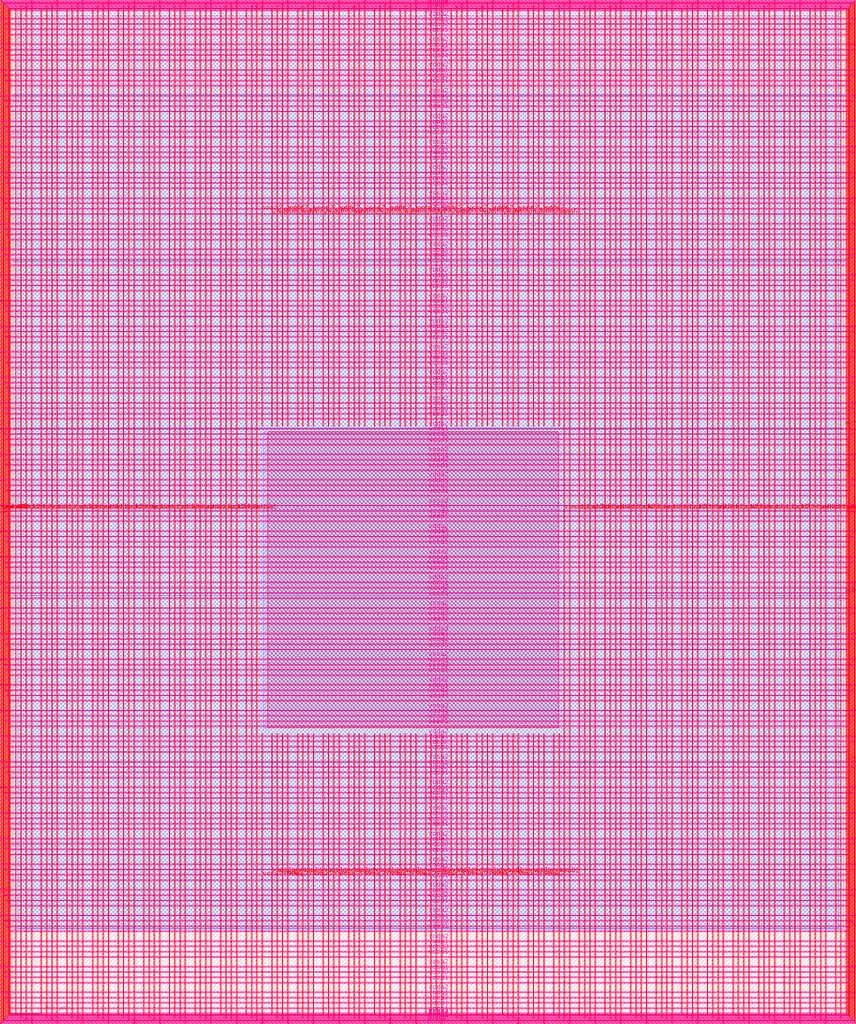
<source format=lef>
VERSION 5.7 ;
  NOWIREEXTENSIONATPIN ON ;
  DIVIDERCHAR "/" ;
  BUSBITCHARS "[]" ;
MACRO user_project_wrapper
  CLASS BLOCK ;
  FOREIGN user_project_wrapper ;
  ORIGIN 0.000 0.000 ;
  SIZE 2920.000 BY 3520.000 ;
  PIN iClk
    DIRECTION INPUT ;
    USE SIGNAL ;
    PORT
      LAYER met2 ;
        RECT 2433.350 3517.600 2433.910 3524.800 ;
    END
  END iClk
  PIN iRst_n
    DIRECTION INPUT ;
    USE SIGNAL ;
    PORT
      LAYER met3 ;
        RECT 2917.600 292.820 2924.800 294.020 ;
    END
  END iRst_n
  PIN iSDAT
    DIRECTION INPUT ;
    USE SIGNAL ;
    PORT
      LAYER met2 ;
        RECT 1459.990 3517.600 1460.550 3524.800 ;
    END
  END iSDAT
  PIN iSVAL
    DIRECTION INPUT ;
    USE SIGNAL ;
    PORT
      LAYER met3 ;
        RECT -4.800 1759.580 2.400 1760.780 ;
    END
  END iSVAL
  PIN iSize[0]
    DIRECTION INPUT ;
    USE SIGNAL ;
    PORT
      LAYER met3 ;
        RECT 2917.600 2638.820 2924.800 2640.020 ;
    END
  END iSize[0]
  PIN iSize[1]
    DIRECTION INPUT ;
    USE SIGNAL ;
    PORT
      LAYER met2 ;
        RECT 486.630 3517.600 487.190 3524.800 ;
    END
  END iSize[1]
  PIN iSize[2]
    DIRECTION INPUT ;
    USE SIGNAL ;
    PORT
      LAYER met3 ;
        RECT 2917.600 3225.660 2924.800 3226.860 ;
    END
  END iSize[2]
  PIN iValid
    DIRECTION INPUT ;
    USE SIGNAL ;
    PORT
      LAYER met3 ;
        RECT 2917.600 878.980 2924.800 880.180 ;
    END
  END iValid
  PIN oSDAT
    DIRECTION OUTPUT TRISTATE ;
    USE SIGNAL ;
    PORT
      LAYER met3 ;
        RECT 2917.600 1465.820 2924.800 1467.020 ;
    END
  END oSDAT
  PIN oSVAL
    DIRECTION OUTPUT TRISTATE ;
    USE SIGNAL ;
    PORT
      LAYER met3 ;
        RECT 2917.600 2052.660 2924.800 2053.860 ;
    END
  END oSVAL
  PIN vccd1
    DIRECTION INPUT ;
    USE POWER ;
    PORT
      LAYER met5 ;
        RECT -10.030 -4.670 2929.650 -1.570 ;
    END
    PORT
      LAYER met5 ;
        RECT -14.830 14.330 2934.450 17.430 ;
    END
    PORT
      LAYER met5 ;
        RECT -14.830 194.330 2934.450 197.430 ;
    END
    PORT
      LAYER met5 ;
        RECT -14.830 374.330 2934.450 377.430 ;
    END
    PORT
      LAYER met5 ;
        RECT -14.830 554.330 2934.450 557.430 ;
    END
    PORT
      LAYER met5 ;
        RECT -14.830 734.330 2934.450 737.430 ;
    END
    PORT
      LAYER met5 ;
        RECT -14.830 914.330 2934.450 917.430 ;
    END
    PORT
      LAYER met5 ;
        RECT -14.830 1094.330 2934.450 1097.430 ;
    END
    PORT
      LAYER met5 ;
        RECT -14.830 1274.330 2934.450 1277.430 ;
    END
    PORT
      LAYER met5 ;
        RECT -14.830 1454.330 2934.450 1457.430 ;
    END
    PORT
      LAYER met5 ;
        RECT -14.830 1634.330 2934.450 1637.430 ;
    END
    PORT
      LAYER met5 ;
        RECT -14.830 1814.330 2934.450 1817.430 ;
    END
    PORT
      LAYER met5 ;
        RECT -14.830 1994.330 2934.450 1997.430 ;
    END
    PORT
      LAYER met5 ;
        RECT -14.830 2174.330 2934.450 2177.430 ;
    END
    PORT
      LAYER met5 ;
        RECT -14.830 2354.330 2934.450 2357.430 ;
    END
    PORT
      LAYER met5 ;
        RECT -14.830 2534.330 2934.450 2537.430 ;
    END
    PORT
      LAYER met5 ;
        RECT -14.830 2714.330 2934.450 2717.430 ;
    END
    PORT
      LAYER met5 ;
        RECT -14.830 2894.330 2934.450 2897.430 ;
    END
    PORT
      LAYER met5 ;
        RECT -14.830 3074.330 2934.450 3077.430 ;
    END
    PORT
      LAYER met5 ;
        RECT -14.830 3254.330 2934.450 3257.430 ;
    END
    PORT
      LAYER met5 ;
        RECT -14.830 3434.330 2934.450 3437.430 ;
    END
    PORT
      LAYER met5 ;
        RECT -10.030 3521.250 2929.650 3524.350 ;
    END
    PORT
      LAYER met4 ;
        RECT 908.970 -9.470 912.070 980.000 ;
    END
    PORT
      LAYER met4 ;
        RECT 1088.970 -9.470 1092.070 980.000 ;
    END
    PORT
      LAYER met4 ;
        RECT 1268.970 -9.470 1272.070 980.000 ;
    END
    PORT
      LAYER met4 ;
        RECT 1448.970 -9.470 1452.070 980.000 ;
    END
    PORT
      LAYER met4 ;
        RECT 1628.970 -9.470 1632.070 980.000 ;
    END
    PORT
      LAYER met4 ;
        RECT 1808.970 -9.470 1812.070 980.000 ;
    END
    PORT
      LAYER met4 ;
        RECT -10.030 -4.670 -6.930 3524.350 ;
    END
    PORT
      LAYER met4 ;
        RECT 2926.550 -4.670 2929.650 3524.350 ;
    END
    PORT
      LAYER met4 ;
        RECT 8.970 -9.470 12.070 3529.150 ;
    END
    PORT
      LAYER met4 ;
        RECT 188.970 -9.470 192.070 3529.150 ;
    END
    PORT
      LAYER met4 ;
        RECT 368.970 -9.470 372.070 3529.150 ;
    END
    PORT
      LAYER met4 ;
        RECT 548.970 -9.470 552.070 3529.150 ;
    END
    PORT
      LAYER met4 ;
        RECT 728.970 -9.470 732.070 3529.150 ;
    END
    PORT
      LAYER met4 ;
        RECT 908.970 2061.030 912.070 3529.150 ;
    END
    PORT
      LAYER met4 ;
        RECT 1088.970 2061.030 1092.070 3529.150 ;
    END
    PORT
      LAYER met4 ;
        RECT 1268.970 2061.030 1272.070 3529.150 ;
    END
    PORT
      LAYER met4 ;
        RECT 1448.970 2061.030 1452.070 3529.150 ;
    END
    PORT
      LAYER met4 ;
        RECT 1628.970 2061.030 1632.070 3529.150 ;
    END
    PORT
      LAYER met4 ;
        RECT 1808.970 2061.030 1812.070 3529.150 ;
    END
    PORT
      LAYER met4 ;
        RECT 1988.970 -9.470 1992.070 3529.150 ;
    END
    PORT
      LAYER met4 ;
        RECT 2168.970 -9.470 2172.070 3529.150 ;
    END
    PORT
      LAYER met4 ;
        RECT 2348.970 -9.470 2352.070 3529.150 ;
    END
    PORT
      LAYER met4 ;
        RECT 2528.970 -9.470 2532.070 3529.150 ;
    END
    PORT
      LAYER met4 ;
        RECT 2708.970 -9.470 2712.070 3529.150 ;
    END
    PORT
      LAYER met4 ;
        RECT 2888.970 -9.470 2892.070 3529.150 ;
    END
  END vccd1
  PIN vccd2
    DIRECTION INPUT ;
    USE POWER ;
    PORT
      LAYER met5 ;
        RECT -19.630 -14.270 2939.250 -11.170 ;
    END
    PORT
      LAYER met5 ;
        RECT -24.430 32.930 2944.050 36.030 ;
    END
    PORT
      LAYER met5 ;
        RECT -24.430 212.930 2944.050 216.030 ;
    END
    PORT
      LAYER met5 ;
        RECT -24.430 392.930 2944.050 396.030 ;
    END
    PORT
      LAYER met5 ;
        RECT -24.430 572.930 2944.050 576.030 ;
    END
    PORT
      LAYER met5 ;
        RECT -24.430 752.930 2944.050 756.030 ;
    END
    PORT
      LAYER met5 ;
        RECT -24.430 932.930 2944.050 936.030 ;
    END
    PORT
      LAYER met5 ;
        RECT -24.430 1112.930 2944.050 1116.030 ;
    END
    PORT
      LAYER met5 ;
        RECT -24.430 1292.930 2944.050 1296.030 ;
    END
    PORT
      LAYER met5 ;
        RECT -24.430 1472.930 2944.050 1476.030 ;
    END
    PORT
      LAYER met5 ;
        RECT -24.430 1652.930 2944.050 1656.030 ;
    END
    PORT
      LAYER met5 ;
        RECT -24.430 1832.930 2944.050 1836.030 ;
    END
    PORT
      LAYER met5 ;
        RECT -24.430 2012.930 2944.050 2016.030 ;
    END
    PORT
      LAYER met5 ;
        RECT -24.430 2192.930 2944.050 2196.030 ;
    END
    PORT
      LAYER met5 ;
        RECT -24.430 2372.930 2944.050 2376.030 ;
    END
    PORT
      LAYER met5 ;
        RECT -24.430 2552.930 2944.050 2556.030 ;
    END
    PORT
      LAYER met5 ;
        RECT -24.430 2732.930 2944.050 2736.030 ;
    END
    PORT
      LAYER met5 ;
        RECT -24.430 2912.930 2944.050 2916.030 ;
    END
    PORT
      LAYER met5 ;
        RECT -24.430 3092.930 2944.050 3096.030 ;
    END
    PORT
      LAYER met5 ;
        RECT -24.430 3272.930 2944.050 3276.030 ;
    END
    PORT
      LAYER met5 ;
        RECT -24.430 3452.930 2944.050 3456.030 ;
    END
    PORT
      LAYER met5 ;
        RECT -19.630 3530.850 2939.250 3533.950 ;
    END
    PORT
      LAYER met4 ;
        RECT 927.570 -19.070 930.670 980.000 ;
    END
    PORT
      LAYER met4 ;
        RECT 1107.570 -19.070 1110.670 980.000 ;
    END
    PORT
      LAYER met4 ;
        RECT 1287.570 -19.070 1290.670 980.000 ;
    END
    PORT
      LAYER met4 ;
        RECT 1467.570 -19.070 1470.670 980.000 ;
    END
    PORT
      LAYER met4 ;
        RECT 1647.570 -19.070 1650.670 980.000 ;
    END
    PORT
      LAYER met4 ;
        RECT 1827.570 -19.070 1830.670 980.000 ;
    END
    PORT
      LAYER met4 ;
        RECT -19.630 -14.270 -16.530 3533.950 ;
    END
    PORT
      LAYER met4 ;
        RECT 2936.150 -14.270 2939.250 3533.950 ;
    END
    PORT
      LAYER met4 ;
        RECT 27.570 -19.070 30.670 3538.750 ;
    END
    PORT
      LAYER met4 ;
        RECT 207.570 -19.070 210.670 3538.750 ;
    END
    PORT
      LAYER met4 ;
        RECT 387.570 -19.070 390.670 3538.750 ;
    END
    PORT
      LAYER met4 ;
        RECT 567.570 -19.070 570.670 3538.750 ;
    END
    PORT
      LAYER met4 ;
        RECT 747.570 -19.070 750.670 3538.750 ;
    END
    PORT
      LAYER met4 ;
        RECT 927.570 2061.030 930.670 3538.750 ;
    END
    PORT
      LAYER met4 ;
        RECT 1107.570 2061.030 1110.670 3538.750 ;
    END
    PORT
      LAYER met4 ;
        RECT 1287.570 2061.030 1290.670 3538.750 ;
    END
    PORT
      LAYER met4 ;
        RECT 1467.570 2061.030 1470.670 3538.750 ;
    END
    PORT
      LAYER met4 ;
        RECT 1647.570 2061.030 1650.670 3538.750 ;
    END
    PORT
      LAYER met4 ;
        RECT 1827.570 2061.030 1830.670 3538.750 ;
    END
    PORT
      LAYER met4 ;
        RECT 2007.570 -19.070 2010.670 3538.750 ;
    END
    PORT
      LAYER met4 ;
        RECT 2187.570 -19.070 2190.670 3538.750 ;
    END
    PORT
      LAYER met4 ;
        RECT 2367.570 -19.070 2370.670 3538.750 ;
    END
    PORT
      LAYER met4 ;
        RECT 2547.570 -19.070 2550.670 3538.750 ;
    END
    PORT
      LAYER met4 ;
        RECT 2727.570 -19.070 2730.670 3538.750 ;
    END
    PORT
      LAYER met4 ;
        RECT 2907.570 -19.070 2910.670 3538.750 ;
    END
  END vccd2
  PIN vdda1
    DIRECTION INPUT ;
    USE POWER ;
    PORT
      LAYER met5 ;
        RECT -29.230 -23.870 2948.850 -20.770 ;
    END
    PORT
      LAYER met5 ;
        RECT -34.030 51.530 2953.650 54.630 ;
    END
    PORT
      LAYER met5 ;
        RECT -34.030 231.530 2953.650 234.630 ;
    END
    PORT
      LAYER met5 ;
        RECT -34.030 411.530 2953.650 414.630 ;
    END
    PORT
      LAYER met5 ;
        RECT -34.030 591.530 2953.650 594.630 ;
    END
    PORT
      LAYER met5 ;
        RECT -34.030 771.530 2953.650 774.630 ;
    END
    PORT
      LAYER met5 ;
        RECT -34.030 951.530 2953.650 954.630 ;
    END
    PORT
      LAYER met5 ;
        RECT -34.030 1131.530 2953.650 1134.630 ;
    END
    PORT
      LAYER met5 ;
        RECT -34.030 1311.530 2953.650 1314.630 ;
    END
    PORT
      LAYER met5 ;
        RECT -34.030 1491.530 2953.650 1494.630 ;
    END
    PORT
      LAYER met5 ;
        RECT -34.030 1671.530 2953.650 1674.630 ;
    END
    PORT
      LAYER met5 ;
        RECT -34.030 1851.530 2953.650 1854.630 ;
    END
    PORT
      LAYER met5 ;
        RECT -34.030 2031.530 2953.650 2034.630 ;
    END
    PORT
      LAYER met5 ;
        RECT -34.030 2211.530 2953.650 2214.630 ;
    END
    PORT
      LAYER met5 ;
        RECT -34.030 2391.530 2953.650 2394.630 ;
    END
    PORT
      LAYER met5 ;
        RECT -34.030 2571.530 2953.650 2574.630 ;
    END
    PORT
      LAYER met5 ;
        RECT -34.030 2751.530 2953.650 2754.630 ;
    END
    PORT
      LAYER met5 ;
        RECT -34.030 2931.530 2953.650 2934.630 ;
    END
    PORT
      LAYER met5 ;
        RECT -34.030 3111.530 2953.650 3114.630 ;
    END
    PORT
      LAYER met5 ;
        RECT -34.030 3291.530 2953.650 3294.630 ;
    END
    PORT
      LAYER met5 ;
        RECT -34.030 3471.530 2953.650 3474.630 ;
    END
    PORT
      LAYER met5 ;
        RECT -29.230 3540.450 2948.850 3543.550 ;
    END
    PORT
      LAYER met4 ;
        RECT 946.170 -28.670 949.270 980.000 ;
    END
    PORT
      LAYER met4 ;
        RECT 1126.170 -28.670 1129.270 980.000 ;
    END
    PORT
      LAYER met4 ;
        RECT 1306.170 -28.670 1309.270 980.000 ;
    END
    PORT
      LAYER met4 ;
        RECT 1486.170 -28.670 1489.270 980.000 ;
    END
    PORT
      LAYER met4 ;
        RECT 1666.170 -28.670 1669.270 980.000 ;
    END
    PORT
      LAYER met4 ;
        RECT 1846.170 -28.670 1849.270 980.000 ;
    END
    PORT
      LAYER met4 ;
        RECT -29.230 -23.870 -26.130 3543.550 ;
    END
    PORT
      LAYER met4 ;
        RECT 2945.750 -23.870 2948.850 3543.550 ;
    END
    PORT
      LAYER met4 ;
        RECT 46.170 -28.670 49.270 3548.350 ;
    END
    PORT
      LAYER met4 ;
        RECT 226.170 -28.670 229.270 3548.350 ;
    END
    PORT
      LAYER met4 ;
        RECT 406.170 -28.670 409.270 3548.350 ;
    END
    PORT
      LAYER met4 ;
        RECT 586.170 -28.670 589.270 3548.350 ;
    END
    PORT
      LAYER met4 ;
        RECT 766.170 -28.670 769.270 3548.350 ;
    END
    PORT
      LAYER met4 ;
        RECT 946.170 2061.030 949.270 3548.350 ;
    END
    PORT
      LAYER met4 ;
        RECT 1126.170 2061.030 1129.270 3548.350 ;
    END
    PORT
      LAYER met4 ;
        RECT 1306.170 2061.030 1309.270 3548.350 ;
    END
    PORT
      LAYER met4 ;
        RECT 1486.170 2061.030 1489.270 3548.350 ;
    END
    PORT
      LAYER met4 ;
        RECT 1666.170 2061.030 1669.270 3548.350 ;
    END
    PORT
      LAYER met4 ;
        RECT 1846.170 2061.030 1849.270 3548.350 ;
    END
    PORT
      LAYER met4 ;
        RECT 2026.170 -28.670 2029.270 3548.350 ;
    END
    PORT
      LAYER met4 ;
        RECT 2206.170 -28.670 2209.270 3548.350 ;
    END
    PORT
      LAYER met4 ;
        RECT 2386.170 -28.670 2389.270 3548.350 ;
    END
    PORT
      LAYER met4 ;
        RECT 2566.170 -28.670 2569.270 3548.350 ;
    END
    PORT
      LAYER met4 ;
        RECT 2746.170 -28.670 2749.270 3548.350 ;
    END
  END vdda1
  PIN vdda2
    DIRECTION INPUT ;
    USE POWER ;
    PORT
      LAYER met5 ;
        RECT -38.830 -33.470 2958.450 -30.370 ;
    END
    PORT
      LAYER met5 ;
        RECT -43.630 70.130 2963.250 73.230 ;
    END
    PORT
      LAYER met5 ;
        RECT -43.630 250.130 2963.250 253.230 ;
    END
    PORT
      LAYER met5 ;
        RECT -43.630 430.130 2963.250 433.230 ;
    END
    PORT
      LAYER met5 ;
        RECT -43.630 610.130 2963.250 613.230 ;
    END
    PORT
      LAYER met5 ;
        RECT -43.630 790.130 2963.250 793.230 ;
    END
    PORT
      LAYER met5 ;
        RECT -43.630 970.130 2963.250 973.230 ;
    END
    PORT
      LAYER met5 ;
        RECT -43.630 1150.130 2963.250 1153.230 ;
    END
    PORT
      LAYER met5 ;
        RECT -43.630 1330.130 2963.250 1333.230 ;
    END
    PORT
      LAYER met5 ;
        RECT -43.630 1510.130 2963.250 1513.230 ;
    END
    PORT
      LAYER met5 ;
        RECT -43.630 1690.130 2963.250 1693.230 ;
    END
    PORT
      LAYER met5 ;
        RECT -43.630 1870.130 2963.250 1873.230 ;
    END
    PORT
      LAYER met5 ;
        RECT -43.630 2050.130 2963.250 2053.230 ;
    END
    PORT
      LAYER met5 ;
        RECT -43.630 2230.130 2963.250 2233.230 ;
    END
    PORT
      LAYER met5 ;
        RECT -43.630 2410.130 2963.250 2413.230 ;
    END
    PORT
      LAYER met5 ;
        RECT -43.630 2590.130 2963.250 2593.230 ;
    END
    PORT
      LAYER met5 ;
        RECT -43.630 2770.130 2963.250 2773.230 ;
    END
    PORT
      LAYER met5 ;
        RECT -43.630 2950.130 2963.250 2953.230 ;
    END
    PORT
      LAYER met5 ;
        RECT -43.630 3130.130 2963.250 3133.230 ;
    END
    PORT
      LAYER met5 ;
        RECT -43.630 3310.130 2963.250 3313.230 ;
    END
    PORT
      LAYER met5 ;
        RECT -43.630 3490.130 2963.250 3493.230 ;
    END
    PORT
      LAYER met5 ;
        RECT -38.830 3550.050 2958.450 3553.150 ;
    END
    PORT
      LAYER met4 ;
        RECT 964.770 -38.270 967.870 980.000 ;
    END
    PORT
      LAYER met4 ;
        RECT 1144.770 -38.270 1147.870 980.000 ;
    END
    PORT
      LAYER met4 ;
        RECT 1324.770 -38.270 1327.870 980.000 ;
    END
    PORT
      LAYER met4 ;
        RECT 1504.770 -38.270 1507.870 980.000 ;
    END
    PORT
      LAYER met4 ;
        RECT 1684.770 -38.270 1687.870 980.000 ;
    END
    PORT
      LAYER met4 ;
        RECT 1864.770 -38.270 1867.870 980.000 ;
    END
    PORT
      LAYER met4 ;
        RECT -38.830 -33.470 -35.730 3553.150 ;
    END
    PORT
      LAYER met4 ;
        RECT 2955.350 -33.470 2958.450 3553.150 ;
    END
    PORT
      LAYER met4 ;
        RECT 64.770 -38.270 67.870 3557.950 ;
    END
    PORT
      LAYER met4 ;
        RECT 244.770 -38.270 247.870 3557.950 ;
    END
    PORT
      LAYER met4 ;
        RECT 424.770 -38.270 427.870 3557.950 ;
    END
    PORT
      LAYER met4 ;
        RECT 604.770 -38.270 607.870 3557.950 ;
    END
    PORT
      LAYER met4 ;
        RECT 784.770 -38.270 787.870 3557.950 ;
    END
    PORT
      LAYER met4 ;
        RECT 964.770 2061.030 967.870 3557.950 ;
    END
    PORT
      LAYER met4 ;
        RECT 1144.770 2061.030 1147.870 3557.950 ;
    END
    PORT
      LAYER met4 ;
        RECT 1324.770 2061.030 1327.870 3557.950 ;
    END
    PORT
      LAYER met4 ;
        RECT 1504.770 2061.030 1507.870 3557.950 ;
    END
    PORT
      LAYER met4 ;
        RECT 1684.770 2061.030 1687.870 3557.950 ;
    END
    PORT
      LAYER met4 ;
        RECT 1864.770 2061.030 1867.870 3557.950 ;
    END
    PORT
      LAYER met4 ;
        RECT 2044.770 -38.270 2047.870 3557.950 ;
    END
    PORT
      LAYER met4 ;
        RECT 2224.770 -38.270 2227.870 3557.950 ;
    END
    PORT
      LAYER met4 ;
        RECT 2404.770 -38.270 2407.870 3557.950 ;
    END
    PORT
      LAYER met4 ;
        RECT 2584.770 -38.270 2587.870 3557.950 ;
    END
    PORT
      LAYER met4 ;
        RECT 2764.770 -38.270 2767.870 3557.950 ;
    END
  END vdda2
  PIN vssa1
    DIRECTION INPUT ;
    USE GROUND ;
    PORT
      LAYER met5 ;
        RECT -34.030 -28.670 2953.650 -25.570 ;
    END
    PORT
      LAYER met5 ;
        RECT -34.030 141.530 2953.650 144.630 ;
    END
    PORT
      LAYER met5 ;
        RECT -34.030 321.530 2953.650 324.630 ;
    END
    PORT
      LAYER met5 ;
        RECT -34.030 501.530 2953.650 504.630 ;
    END
    PORT
      LAYER met5 ;
        RECT -34.030 681.530 2953.650 684.630 ;
    END
    PORT
      LAYER met5 ;
        RECT -34.030 861.530 2953.650 864.630 ;
    END
    PORT
      LAYER met5 ;
        RECT -34.030 1041.530 2953.650 1044.630 ;
    END
    PORT
      LAYER met5 ;
        RECT -34.030 1221.530 2953.650 1224.630 ;
    END
    PORT
      LAYER met5 ;
        RECT -34.030 1401.530 2953.650 1404.630 ;
    END
    PORT
      LAYER met5 ;
        RECT -34.030 1581.530 2953.650 1584.630 ;
    END
    PORT
      LAYER met5 ;
        RECT -34.030 1761.530 2953.650 1764.630 ;
    END
    PORT
      LAYER met5 ;
        RECT -34.030 1941.530 2953.650 1944.630 ;
    END
    PORT
      LAYER met5 ;
        RECT -34.030 2121.530 2953.650 2124.630 ;
    END
    PORT
      LAYER met5 ;
        RECT -34.030 2301.530 2953.650 2304.630 ;
    END
    PORT
      LAYER met5 ;
        RECT -34.030 2481.530 2953.650 2484.630 ;
    END
    PORT
      LAYER met5 ;
        RECT -34.030 2661.530 2953.650 2664.630 ;
    END
    PORT
      LAYER met5 ;
        RECT -34.030 2841.530 2953.650 2844.630 ;
    END
    PORT
      LAYER met5 ;
        RECT -34.030 3021.530 2953.650 3024.630 ;
    END
    PORT
      LAYER met5 ;
        RECT -34.030 3201.530 2953.650 3204.630 ;
    END
    PORT
      LAYER met5 ;
        RECT -34.030 3381.530 2953.650 3384.630 ;
    END
    PORT
      LAYER met5 ;
        RECT -34.030 3545.250 2953.650 3548.350 ;
    END
    PORT
      LAYER met4 ;
        RECT 1036.170 -28.670 1039.270 980.000 ;
    END
    PORT
      LAYER met4 ;
        RECT 1216.170 -28.670 1219.270 980.000 ;
    END
    PORT
      LAYER met4 ;
        RECT 1396.170 -28.670 1399.270 980.000 ;
    END
    PORT
      LAYER met4 ;
        RECT 1576.170 -28.670 1579.270 980.000 ;
    END
    PORT
      LAYER met4 ;
        RECT 1756.170 -28.670 1759.270 980.000 ;
    END
    PORT
      LAYER met4 ;
        RECT -34.030 -28.670 -30.930 3548.350 ;
    END
    PORT
      LAYER met4 ;
        RECT 136.170 -28.670 139.270 3548.350 ;
    END
    PORT
      LAYER met4 ;
        RECT 316.170 -28.670 319.270 3548.350 ;
    END
    PORT
      LAYER met4 ;
        RECT 496.170 -28.670 499.270 3548.350 ;
    END
    PORT
      LAYER met4 ;
        RECT 676.170 -28.670 679.270 3548.350 ;
    END
    PORT
      LAYER met4 ;
        RECT 856.170 -28.670 859.270 3548.350 ;
    END
    PORT
      LAYER met4 ;
        RECT 1036.170 2061.030 1039.270 3548.350 ;
    END
    PORT
      LAYER met4 ;
        RECT 1216.170 2061.030 1219.270 3548.350 ;
    END
    PORT
      LAYER met4 ;
        RECT 1396.170 2061.030 1399.270 3548.350 ;
    END
    PORT
      LAYER met4 ;
        RECT 1576.170 2061.030 1579.270 3548.350 ;
    END
    PORT
      LAYER met4 ;
        RECT 1756.170 2061.030 1759.270 3548.350 ;
    END
    PORT
      LAYER met4 ;
        RECT 1936.170 -28.670 1939.270 3548.350 ;
    END
    PORT
      LAYER met4 ;
        RECT 2116.170 -28.670 2119.270 3548.350 ;
    END
    PORT
      LAYER met4 ;
        RECT 2296.170 -28.670 2299.270 3548.350 ;
    END
    PORT
      LAYER met4 ;
        RECT 2476.170 -28.670 2479.270 3548.350 ;
    END
    PORT
      LAYER met4 ;
        RECT 2656.170 -28.670 2659.270 3548.350 ;
    END
    PORT
      LAYER met4 ;
        RECT 2836.170 -28.670 2839.270 3548.350 ;
    END
    PORT
      LAYER met4 ;
        RECT 2950.550 -28.670 2953.650 3548.350 ;
    END
  END vssa1
  PIN vssa2
    DIRECTION INPUT ;
    USE GROUND ;
    PORT
      LAYER met5 ;
        RECT -43.630 -38.270 2963.250 -35.170 ;
    END
    PORT
      LAYER met5 ;
        RECT -43.630 160.130 2963.250 163.230 ;
    END
    PORT
      LAYER met5 ;
        RECT -43.630 340.130 2963.250 343.230 ;
    END
    PORT
      LAYER met5 ;
        RECT -43.630 520.130 2963.250 523.230 ;
    END
    PORT
      LAYER met5 ;
        RECT -43.630 700.130 2963.250 703.230 ;
    END
    PORT
      LAYER met5 ;
        RECT -43.630 880.130 2963.250 883.230 ;
    END
    PORT
      LAYER met5 ;
        RECT -43.630 1060.130 2963.250 1063.230 ;
    END
    PORT
      LAYER met5 ;
        RECT -43.630 1240.130 2963.250 1243.230 ;
    END
    PORT
      LAYER met5 ;
        RECT -43.630 1420.130 2963.250 1423.230 ;
    END
    PORT
      LAYER met5 ;
        RECT -43.630 1600.130 2963.250 1603.230 ;
    END
    PORT
      LAYER met5 ;
        RECT -43.630 1780.130 2963.250 1783.230 ;
    END
    PORT
      LAYER met5 ;
        RECT -43.630 1960.130 2963.250 1963.230 ;
    END
    PORT
      LAYER met5 ;
        RECT -43.630 2140.130 2963.250 2143.230 ;
    END
    PORT
      LAYER met5 ;
        RECT -43.630 2320.130 2963.250 2323.230 ;
    END
    PORT
      LAYER met5 ;
        RECT -43.630 2500.130 2963.250 2503.230 ;
    END
    PORT
      LAYER met5 ;
        RECT -43.630 2680.130 2963.250 2683.230 ;
    END
    PORT
      LAYER met5 ;
        RECT -43.630 2860.130 2963.250 2863.230 ;
    END
    PORT
      LAYER met5 ;
        RECT -43.630 3040.130 2963.250 3043.230 ;
    END
    PORT
      LAYER met5 ;
        RECT -43.630 3220.130 2963.250 3223.230 ;
    END
    PORT
      LAYER met5 ;
        RECT -43.630 3400.130 2963.250 3403.230 ;
    END
    PORT
      LAYER met5 ;
        RECT -43.630 3554.850 2963.250 3557.950 ;
    END
    PORT
      LAYER met4 ;
        RECT 874.770 -38.270 877.870 980.000 ;
    END
    PORT
      LAYER met4 ;
        RECT 1054.770 -38.270 1057.870 980.000 ;
    END
    PORT
      LAYER met4 ;
        RECT 1234.770 -38.270 1237.870 980.000 ;
    END
    PORT
      LAYER met4 ;
        RECT 1414.770 -38.270 1417.870 980.000 ;
    END
    PORT
      LAYER met4 ;
        RECT 1594.770 -38.270 1597.870 980.000 ;
    END
    PORT
      LAYER met4 ;
        RECT 1774.770 -38.270 1777.870 980.000 ;
    END
    PORT
      LAYER met4 ;
        RECT -43.630 -38.270 -40.530 3557.950 ;
    END
    PORT
      LAYER met4 ;
        RECT 154.770 -38.270 157.870 3557.950 ;
    END
    PORT
      LAYER met4 ;
        RECT 334.770 -38.270 337.870 3557.950 ;
    END
    PORT
      LAYER met4 ;
        RECT 514.770 -38.270 517.870 3557.950 ;
    END
    PORT
      LAYER met4 ;
        RECT 694.770 -38.270 697.870 3557.950 ;
    END
    PORT
      LAYER met4 ;
        RECT 874.770 2061.030 877.870 3557.950 ;
    END
    PORT
      LAYER met4 ;
        RECT 1054.770 2061.030 1057.870 3557.950 ;
    END
    PORT
      LAYER met4 ;
        RECT 1234.770 2061.030 1237.870 3557.950 ;
    END
    PORT
      LAYER met4 ;
        RECT 1414.770 2061.030 1417.870 3557.950 ;
    END
    PORT
      LAYER met4 ;
        RECT 1594.770 2061.030 1597.870 3557.950 ;
    END
    PORT
      LAYER met4 ;
        RECT 1774.770 2061.030 1777.870 3557.950 ;
    END
    PORT
      LAYER met4 ;
        RECT 1954.770 -38.270 1957.870 3557.950 ;
    END
    PORT
      LAYER met4 ;
        RECT 2134.770 -38.270 2137.870 3557.950 ;
    END
    PORT
      LAYER met4 ;
        RECT 2314.770 -38.270 2317.870 3557.950 ;
    END
    PORT
      LAYER met4 ;
        RECT 2494.770 -38.270 2497.870 3557.950 ;
    END
    PORT
      LAYER met4 ;
        RECT 2674.770 -38.270 2677.870 3557.950 ;
    END
    PORT
      LAYER met4 ;
        RECT 2854.770 -38.270 2857.870 3557.950 ;
    END
    PORT
      LAYER met4 ;
        RECT 2960.150 -38.270 2963.250 3557.950 ;
    END
  END vssa2
  PIN vssd1
    DIRECTION INPUT ;
    USE GROUND ;
    PORT
      LAYER met5 ;
        RECT -14.830 -9.470 2934.450 -6.370 ;
    END
    PORT
      LAYER met5 ;
        RECT -14.830 104.330 2934.450 107.430 ;
    END
    PORT
      LAYER met5 ;
        RECT -14.830 284.330 2934.450 287.430 ;
    END
    PORT
      LAYER met5 ;
        RECT -14.830 464.330 2934.450 467.430 ;
    END
    PORT
      LAYER met5 ;
        RECT -14.830 644.330 2934.450 647.430 ;
    END
    PORT
      LAYER met5 ;
        RECT -14.830 824.330 2934.450 827.430 ;
    END
    PORT
      LAYER met5 ;
        RECT -14.830 1004.330 2934.450 1007.430 ;
    END
    PORT
      LAYER met5 ;
        RECT -14.830 1184.330 2934.450 1187.430 ;
    END
    PORT
      LAYER met5 ;
        RECT -14.830 1364.330 2934.450 1367.430 ;
    END
    PORT
      LAYER met5 ;
        RECT -14.830 1544.330 2934.450 1547.430 ;
    END
    PORT
      LAYER met5 ;
        RECT -14.830 1724.330 2934.450 1727.430 ;
    END
    PORT
      LAYER met5 ;
        RECT -14.830 1904.330 2934.450 1907.430 ;
    END
    PORT
      LAYER met5 ;
        RECT -14.830 2084.330 2934.450 2087.430 ;
    END
    PORT
      LAYER met5 ;
        RECT -14.830 2264.330 2934.450 2267.430 ;
    END
    PORT
      LAYER met5 ;
        RECT -14.830 2444.330 2934.450 2447.430 ;
    END
    PORT
      LAYER met5 ;
        RECT -14.830 2624.330 2934.450 2627.430 ;
    END
    PORT
      LAYER met5 ;
        RECT -14.830 2804.330 2934.450 2807.430 ;
    END
    PORT
      LAYER met5 ;
        RECT -14.830 2984.330 2934.450 2987.430 ;
    END
    PORT
      LAYER met5 ;
        RECT -14.830 3164.330 2934.450 3167.430 ;
    END
    PORT
      LAYER met5 ;
        RECT -14.830 3344.330 2934.450 3347.430 ;
    END
    PORT
      LAYER met5 ;
        RECT -14.830 3526.050 2934.450 3529.150 ;
    END
    PORT
      LAYER met4 ;
        RECT 998.970 -9.470 1002.070 980.000 ;
    END
    PORT
      LAYER met4 ;
        RECT 1178.970 -9.470 1182.070 980.000 ;
    END
    PORT
      LAYER met4 ;
        RECT 1358.970 -9.470 1362.070 980.000 ;
    END
    PORT
      LAYER met4 ;
        RECT 1538.970 -9.470 1542.070 980.000 ;
    END
    PORT
      LAYER met4 ;
        RECT 1718.970 -9.470 1722.070 980.000 ;
    END
    PORT
      LAYER met4 ;
        RECT 1898.970 -9.470 1902.070 980.000 ;
    END
    PORT
      LAYER met4 ;
        RECT -14.830 -9.470 -11.730 3529.150 ;
    END
    PORT
      LAYER met4 ;
        RECT 98.970 -9.470 102.070 3529.150 ;
    END
    PORT
      LAYER met4 ;
        RECT 278.970 -9.470 282.070 3529.150 ;
    END
    PORT
      LAYER met4 ;
        RECT 458.970 -9.470 462.070 3529.150 ;
    END
    PORT
      LAYER met4 ;
        RECT 638.970 -9.470 642.070 3529.150 ;
    END
    PORT
      LAYER met4 ;
        RECT 818.970 -9.470 822.070 3529.150 ;
    END
    PORT
      LAYER met4 ;
        RECT 998.970 2061.030 1002.070 3529.150 ;
    END
    PORT
      LAYER met4 ;
        RECT 1178.970 2061.030 1182.070 3529.150 ;
    END
    PORT
      LAYER met4 ;
        RECT 1358.970 2061.030 1362.070 3529.150 ;
    END
    PORT
      LAYER met4 ;
        RECT 1538.970 2061.030 1542.070 3529.150 ;
    END
    PORT
      LAYER met4 ;
        RECT 1718.970 2061.030 1722.070 3529.150 ;
    END
    PORT
      LAYER met4 ;
        RECT 1898.970 2061.030 1902.070 3529.150 ;
    END
    PORT
      LAYER met4 ;
        RECT 2078.970 -9.470 2082.070 3529.150 ;
    END
    PORT
      LAYER met4 ;
        RECT 2258.970 -9.470 2262.070 3529.150 ;
    END
    PORT
      LAYER met4 ;
        RECT 2438.970 -9.470 2442.070 3529.150 ;
    END
    PORT
      LAYER met4 ;
        RECT 2618.970 -9.470 2622.070 3529.150 ;
    END
    PORT
      LAYER met4 ;
        RECT 2798.970 -9.470 2802.070 3529.150 ;
    END
    PORT
      LAYER met4 ;
        RECT 2931.350 -9.470 2934.450 3529.150 ;
    END
  END vssd1
  PIN vssd2
    DIRECTION INPUT ;
    USE GROUND ;
    PORT
      LAYER met5 ;
        RECT -24.430 -19.070 2944.050 -15.970 ;
    END
    PORT
      LAYER met5 ;
        RECT -24.430 122.930 2944.050 126.030 ;
    END
    PORT
      LAYER met5 ;
        RECT -24.430 302.930 2944.050 306.030 ;
    END
    PORT
      LAYER met5 ;
        RECT -24.430 482.930 2944.050 486.030 ;
    END
    PORT
      LAYER met5 ;
        RECT -24.430 662.930 2944.050 666.030 ;
    END
    PORT
      LAYER met5 ;
        RECT -24.430 842.930 2944.050 846.030 ;
    END
    PORT
      LAYER met5 ;
        RECT -24.430 1022.930 2944.050 1026.030 ;
    END
    PORT
      LAYER met5 ;
        RECT -24.430 1202.930 2944.050 1206.030 ;
    END
    PORT
      LAYER met5 ;
        RECT -24.430 1382.930 2944.050 1386.030 ;
    END
    PORT
      LAYER met5 ;
        RECT -24.430 1562.930 2944.050 1566.030 ;
    END
    PORT
      LAYER met5 ;
        RECT -24.430 1742.930 2944.050 1746.030 ;
    END
    PORT
      LAYER met5 ;
        RECT -24.430 1922.930 2944.050 1926.030 ;
    END
    PORT
      LAYER met5 ;
        RECT -24.430 2102.930 2944.050 2106.030 ;
    END
    PORT
      LAYER met5 ;
        RECT -24.430 2282.930 2944.050 2286.030 ;
    END
    PORT
      LAYER met5 ;
        RECT -24.430 2462.930 2944.050 2466.030 ;
    END
    PORT
      LAYER met5 ;
        RECT -24.430 2642.930 2944.050 2646.030 ;
    END
    PORT
      LAYER met5 ;
        RECT -24.430 2822.930 2944.050 2826.030 ;
    END
    PORT
      LAYER met5 ;
        RECT -24.430 3002.930 2944.050 3006.030 ;
    END
    PORT
      LAYER met5 ;
        RECT -24.430 3182.930 2944.050 3186.030 ;
    END
    PORT
      LAYER met5 ;
        RECT -24.430 3362.930 2944.050 3366.030 ;
    END
    PORT
      LAYER met5 ;
        RECT -24.430 3535.650 2944.050 3538.750 ;
    END
    PORT
      LAYER met4 ;
        RECT 1017.570 -19.070 1020.670 980.000 ;
    END
    PORT
      LAYER met4 ;
        RECT 1197.570 -19.070 1200.670 980.000 ;
    END
    PORT
      LAYER met4 ;
        RECT 1377.570 -19.070 1380.670 980.000 ;
    END
    PORT
      LAYER met4 ;
        RECT 1557.570 -19.070 1560.670 980.000 ;
    END
    PORT
      LAYER met4 ;
        RECT 1737.570 -19.070 1740.670 980.000 ;
    END
    PORT
      LAYER met4 ;
        RECT 1917.570 -19.070 1920.670 980.000 ;
    END
    PORT
      LAYER met4 ;
        RECT -24.430 -19.070 -21.330 3538.750 ;
    END
    PORT
      LAYER met4 ;
        RECT 117.570 -19.070 120.670 3538.750 ;
    END
    PORT
      LAYER met4 ;
        RECT 297.570 -19.070 300.670 3538.750 ;
    END
    PORT
      LAYER met4 ;
        RECT 477.570 -19.070 480.670 3538.750 ;
    END
    PORT
      LAYER met4 ;
        RECT 657.570 -19.070 660.670 3538.750 ;
    END
    PORT
      LAYER met4 ;
        RECT 837.570 -19.070 840.670 3538.750 ;
    END
    PORT
      LAYER met4 ;
        RECT 1017.570 2061.030 1020.670 3538.750 ;
    END
    PORT
      LAYER met4 ;
        RECT 1197.570 2061.030 1200.670 3538.750 ;
    END
    PORT
      LAYER met4 ;
        RECT 1377.570 2061.030 1380.670 3538.750 ;
    END
    PORT
      LAYER met4 ;
        RECT 1557.570 2061.030 1560.670 3538.750 ;
    END
    PORT
      LAYER met4 ;
        RECT 1737.570 2061.030 1740.670 3538.750 ;
    END
    PORT
      LAYER met4 ;
        RECT 1917.570 2061.030 1920.670 3538.750 ;
    END
    PORT
      LAYER met4 ;
        RECT 2097.570 -19.070 2100.670 3538.750 ;
    END
    PORT
      LAYER met4 ;
        RECT 2277.570 -19.070 2280.670 3538.750 ;
    END
    PORT
      LAYER met4 ;
        RECT 2457.570 -19.070 2460.670 3538.750 ;
    END
    PORT
      LAYER met4 ;
        RECT 2637.570 -19.070 2640.670 3538.750 ;
    END
    PORT
      LAYER met4 ;
        RECT 2817.570 -19.070 2820.670 3538.750 ;
    END
    PORT
      LAYER met4 ;
        RECT 2940.950 -19.070 2944.050 3538.750 ;
    END
  END vssd2
  OBS
      LAYER li1 ;
        RECT 880.520 1000.795 1919.660 2040.005 ;
      LAYER met1 ;
        RECT 17.090 296.520 2901.150 3501.620 ;
      LAYER met2 ;
        RECT 17.110 3517.320 486.350 3518.050 ;
        RECT 487.470 3517.320 1459.710 3518.050 ;
        RECT 1460.830 3517.320 2433.070 3518.050 ;
        RECT 2434.190 3517.320 2901.130 3518.050 ;
        RECT 17.110 293.235 2901.130 3517.320 ;
      LAYER met3 ;
        RECT 2.400 3225.260 2917.200 3226.425 ;
        RECT 2.400 2640.420 2917.600 3225.260 ;
        RECT 2.400 2638.420 2917.200 2640.420 ;
        RECT 2.400 2054.260 2917.600 2638.420 ;
        RECT 2.400 2052.260 2917.200 2054.260 ;
        RECT 2.400 1761.180 2917.600 2052.260 ;
        RECT 2.800 1759.180 2917.600 1761.180 ;
        RECT 2.400 1467.420 2917.600 1759.180 ;
        RECT 2.400 1465.420 2917.200 1467.420 ;
        RECT 2.400 880.580 2917.600 1465.420 ;
        RECT 2.400 878.580 2917.200 880.580 ;
        RECT 2.400 294.420 2917.600 878.580 ;
        RECT 2.400 293.255 2917.200 294.420 ;
      LAYER met4 ;
        RECT 896.040 1000.640 1916.145 2040.160 ;
  END
END user_project_wrapper
END LIBRARY


</source>
